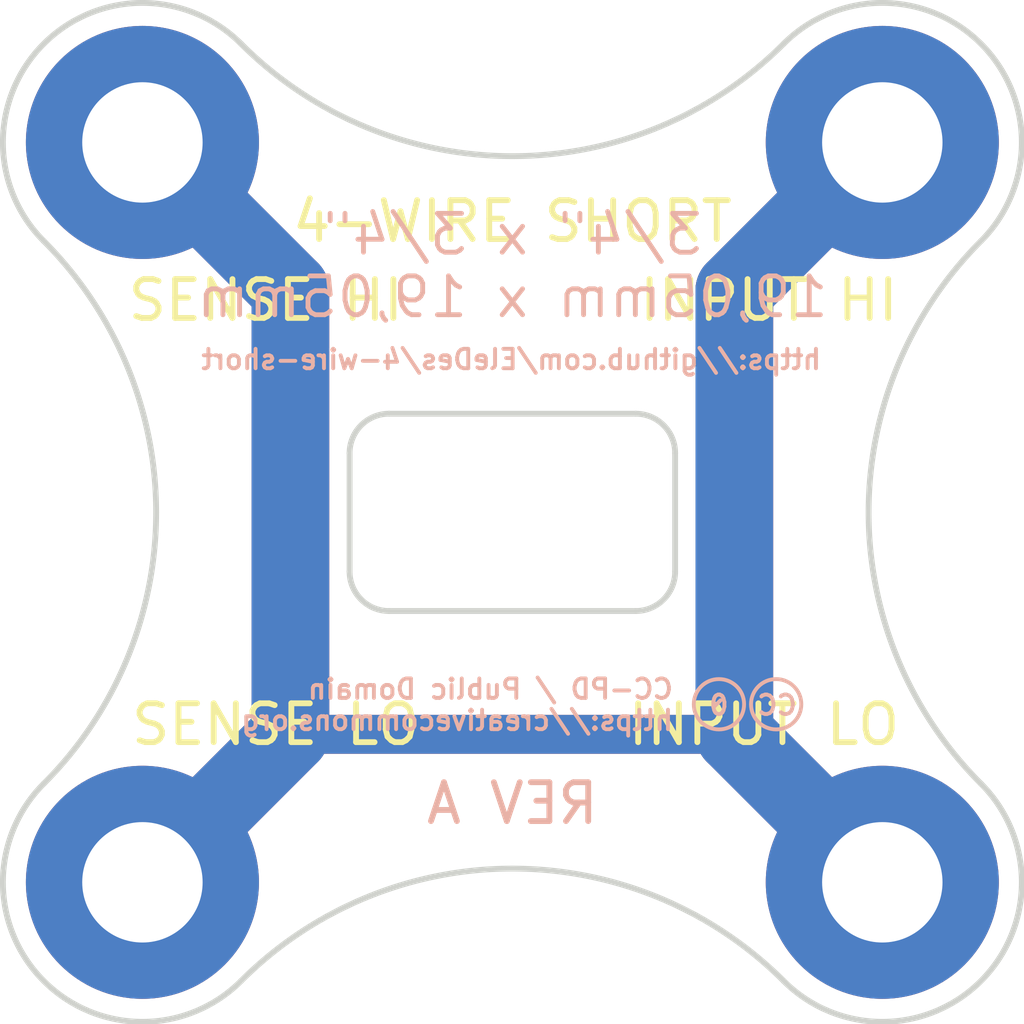
<source format=kicad_pcb>
(kicad_pcb (version 4) (host pcbnew 4.0.7)

  (general
    (links 2)
    (no_connects 0)
    (area 136.449999 102.159999 174.700001 140.410001)
    (thickness 1)
    (drawings 35)
    (tracks 14)
    (zones 0)
    (modules 4)
    (nets 2)
  )

  (page A4)
  (layers
    (0 F.Cu signal)
    (31 B.Cu signal)
    (32 B.Adhes user hide)
    (33 F.Adhes user hide)
    (34 B.Paste user hide)
    (35 F.Paste user hide)
    (36 B.SilkS user)
    (37 F.SilkS user)
    (38 B.Mask user)
    (39 F.Mask user)
    (40 Dwgs.User user hide)
    (41 Cmts.User user hide)
    (42 Eco1.User user hide)
    (43 Eco2.User user hide)
    (44 Edge.Cuts user)
    (45 Margin user hide)
    (46 B.CrtYd user hide)
    (47 F.CrtYd user hide)
    (48 B.Fab user hide)
    (49 F.Fab user hide)
  )

  (setup
    (last_trace_width 1)
    (trace_clearance 0.2)
    (zone_clearance 0.508)
    (zone_45_only no)
    (trace_min 0.2)
    (segment_width 0.2)
    (edge_width 0.15)
    (via_size 0.6)
    (via_drill 0.4)
    (via_min_size 0.4)
    (via_min_drill 0.3)
    (uvia_size 0.3)
    (uvia_drill 0.1)
    (uvias_allowed no)
    (uvia_min_size 0.2)
    (uvia_min_drill 0.1)
    (pcb_text_width 0.3)
    (pcb_text_size 1.5 1.5)
    (mod_edge_width 0.15)
    (mod_text_size 1 1)
    (mod_text_width 0.15)
    (pad_size 6 6)
    (pad_drill 3.1)
    (pad_to_mask_clearance 0)
    (aux_axis_origin 155.575 121.285)
    (visible_elements 7FFCF621)
    (pcbplotparams
      (layerselection 0x010f0_80000001)
      (usegerberextensions true)
      (excludeedgelayer true)
      (linewidth 0.100000)
      (plotframeref false)
      (viasonmask true)
      (mode 1)
      (useauxorigin false)
      (hpglpennumber 1)
      (hpglpenspeed 20)
      (hpglpendiameter 15)
      (hpglpenoverlay 2)
      (psnegative false)
      (psa4output false)
      (plotreference true)
      (plotvalue true)
      (plotinvisibletext false)
      (padsonsilk false)
      (subtractmaskfromsilk false)
      (outputformat 1)
      (mirror false)
      (drillshape 0)
      (scaleselection 1)
      (outputdirectory ""))
  )

  (net 0 "")
  (net 1 GND)

  (net_class Default "Dies ist die voreingestellte Netzklasse."
    (clearance 0.2)
    (trace_width 1)
    (via_dia 0.6)
    (via_drill 0.4)
    (uvia_dia 0.3)
    (uvia_drill 0.1)
    (add_net GND)
  )

  (module Mounting_Holes:MountingHole_3mm_Pad placed (layer F.Cu) (tedit 5A2DB831) (tstamp 59839854)
    (at 146.05 111.76)
    (descr "Mounting Hole 3mm")
    (tags "mounting hole 3mm")
    (path /5982D7F8)
    (fp_text reference J1 (at 0 -4) (layer F.SilkS) hide
      (effects (font (size 1 1) (thickness 0.15)))
    )
    (fp_text value 4mm (at 0 4) (layer F.Fab)
      (effects (font (size 1 1) (thickness 0.15)))
    )
    (fp_circle (center 0 0) (end 3 0) (layer Cmts.User) (width 0.15))
    (fp_circle (center 0 0) (end 3.25 0) (layer F.CrtYd) (width 0.05))
    (pad 1 thru_hole circle (at 0 0) (size 6 6) (drill 3.1) (layers *.Cu *.Mask)
      (net 1 GND))
  )

  (module Mounting_Holes:MountingHole_3mm_Pad (layer F.Cu) (tedit 5A2DA773) (tstamp 5983985B)
    (at 165.1 111.76)
    (descr "Mounting Hole 3mm")
    (tags "mounting hole 3mm")
    (path /5982D952)
    (fp_text reference J2 (at 0 -4) (layer F.SilkS) hide
      (effects (font (size 1 1) (thickness 0.15)))
    )
    (fp_text value 4mm (at 0 4) (layer F.Fab)
      (effects (font (size 1 1) (thickness 0.15)))
    )
    (fp_circle (center 0 0) (end 3 0) (layer Cmts.User) (width 0.15))
    (fp_circle (center 0 0) (end 3.25 0) (layer F.CrtYd) (width 0.05))
    (pad 1 thru_hole circle (at 0 0) (size 6 6) (drill 3.1) (layers *.Cu *.Mask)
      (net 1 GND))
  )

  (module Mounting_Holes:MountingHole_3mm_Pad (layer F.Cu) (tedit 5A2DA783) (tstamp 59839862)
    (at 146.05 130.81)
    (descr "Mounting Hole 3mm")
    (tags "mounting hole 3mm")
    (path /5982D98A)
    (fp_text reference J3 (at 0 -4) (layer F.SilkS) hide
      (effects (font (size 1 1) (thickness 0.15)))
    )
    (fp_text value 4mm (at 0 4) (layer F.Fab)
      (effects (font (size 1 1) (thickness 0.15)))
    )
    (fp_circle (center 0 0) (end 3 0) (layer Cmts.User) (width 0.15))
    (fp_circle (center 0 0) (end 3.25 0) (layer F.CrtYd) (width 0.05))
    (pad 1 thru_hole circle (at 0 0) (size 6 6) (drill 3.1) (layers *.Cu *.Mask)
      (net 1 GND))
  )

  (module Mounting_Holes:MountingHole_3mm_Pad (layer F.Cu) (tedit 5A2DA77B) (tstamp 59839869)
    (at 165.1 130.81)
    (descr "Mounting Hole 3mm")
    (tags "mounting hole 3mm")
    (path /5982D9C3)
    (fp_text reference J4 (at 0 -4) (layer F.SilkS) hide
      (effects (font (size 1 1) (thickness 0.15)))
    )
    (fp_text value 4mm (at 0 4) (layer F.Fab)
      (effects (font (size 1 1) (thickness 0.15)))
    )
    (fp_circle (center 0 0) (end 3 0) (layer Cmts.User) (width 0.15))
    (fp_circle (center 0 0) (end 3.25 0) (layer F.CrtYd) (width 0.05))
    (pad 1 thru_hole circle (at 0 0) (size 6 6) (drill 3.1) (layers *.Cu *.Mask)
      (net 1 GND))
  )

  (gr_text https://github.com/EleDes/4-wire-short (at 163.576 117.348) (layer B.SilkS)
    (effects (font (size 0.5 0.5) (thickness 0.1)) (justify left mirror))
  )
  (gr_line (start 152.4 123.825) (end 158.75 123.825) (angle 90) (layer Edge.Cuts) (width 0.15))
  (gr_line (start 158.75 118.745) (end 152.4 118.745) (angle 90) (layer Edge.Cuts) (width 0.15))
  (dimension 8.382 (width 0.1) (layer Cmts.User)
    (gr_text "8,382 mm" (at 155.575 114.22) (layer Cmts.User)
      (effects (font (size 0.5 0.5) (thickness 0.1)))
    )
    (feature1 (pts (xy 159.766 118.745) (xy 159.766 112.87)))
    (feature2 (pts (xy 151.384 118.745) (xy 151.384 112.87)))
    (crossbar (pts (xy 151.384 115.57) (xy 159.766 115.57)))
    (arrow1a (pts (xy 159.766 115.57) (xy 158.639496 116.156421)))
    (arrow1b (pts (xy 159.766 115.57) (xy 158.639496 114.983579)))
    (arrow2a (pts (xy 151.384 115.57) (xy 152.510504 116.156421)))
    (arrow2b (pts (xy 151.384 115.57) (xy 152.510504 114.983579)))
  )
  (dimension 5.08 (width 0.1) (layer Cmts.User)
    (gr_text "5,080 mm" (at 163.275 121.285 270) (layer Cmts.User)
      (effects (font (size 0.5 0.5) (thickness 0.1)))
    )
    (feature1 (pts (xy 159.512 123.825) (xy 164.625 123.825)))
    (feature2 (pts (xy 159.512 118.745) (xy 164.625 118.745)))
    (crossbar (pts (xy 161.925 118.745) (xy 161.925 123.825)))
    (arrow1a (pts (xy 161.925 123.825) (xy 161.338579 122.698496)))
    (arrow1b (pts (xy 161.925 123.825) (xy 162.511421 122.698496)))
    (arrow2a (pts (xy 161.925 118.745) (xy 161.338579 119.871504)))
    (arrow2b (pts (xy 161.925 118.745) (xy 162.511421 119.871504)))
  )
  (dimension 19.05 (width 0.1) (layer Cmts.User)
    (gr_text "19,050 mm" (at 155.575 141.05) (layer Cmts.User)
      (effects (font (size 0.5 0.5) (thickness 0.1)))
    )
    (feature1 (pts (xy 165.1 130.81) (xy 165.1 142.4)))
    (feature2 (pts (xy 146.05 130.81) (xy 146.05 142.4)))
    (crossbar (pts (xy 146.05 139.7) (xy 165.1 139.7)))
    (arrow1a (pts (xy 165.1 139.7) (xy 163.973496 140.286421)))
    (arrow1b (pts (xy 165.1 139.7) (xy 163.973496 139.113579)))
    (arrow2a (pts (xy 146.05 139.7) (xy 147.176504 140.286421)))
    (arrow2b (pts (xy 146.05 139.7) (xy 147.176504 139.113579)))
  )
  (dimension 19.05 (width 0.1) (layer Cmts.User)
    (gr_text "19,050 mm" (at 137.08 121.285 270) (layer Cmts.User)
      (effects (font (size 0.5 0.5) (thickness 0.1)))
    )
    (feature1 (pts (xy 146.05 130.81) (xy 135.73 130.81)))
    (feature2 (pts (xy 146.05 111.76) (xy 135.73 111.76)))
    (crossbar (pts (xy 138.43 111.76) (xy 138.43 130.81)))
    (arrow1a (pts (xy 138.43 130.81) (xy 137.843579 129.683496)))
    (arrow1b (pts (xy 138.43 130.81) (xy 139.016421 129.683496)))
    (arrow2a (pts (xy 138.43 111.76) (xy 137.843579 112.886504)))
    (arrow2b (pts (xy 138.43 111.76) (xy 139.016421 112.886504)))
  )
  (dimension 26.238203 (width 0.1) (layer Cmts.User)
    (gr_text "26,238 mm" (at 176.102674 121.290322 89.97226729) (layer Cmts.User)
      (effects (font (size 0.5 0.5) (thickness 0.1)))
    )
    (feature1 (pts (xy 165.1 134.4041) (xy 177.446324 134.410076)))
    (feature2 (pts (xy 165.1127 108.1659) (xy 177.459024 108.171876)))
    (crossbar (pts (xy 174.759024 108.170569) (xy 174.746324 134.408769)))
    (arrow1a (pts (xy 174.746324 134.408769) (xy 174.160449 133.281982)))
    (arrow1b (pts (xy 174.746324 134.408769) (xy 175.33329 133.282549)))
    (arrow2a (pts (xy 174.759024 108.170569) (xy 174.172058 109.296789)))
    (arrow2b (pts (xy 174.759024 108.170569) (xy 175.344899 109.297356)))
  )
  (dimension 26.2382 (width 0.1) (layer Cmts.User)
    (gr_text "26,238 mm" (at 155.575 102.7519) (layer Cmts.User)
      (effects (font (size 0.5 0.5) (thickness 0.1)))
    )
    (feature1 (pts (xy 168.6941 111.76) (xy 168.6941 101.4019)))
    (feature2 (pts (xy 142.4559 111.76) (xy 142.4559 101.4019)))
    (crossbar (pts (xy 142.4559 104.1019) (xy 168.6941 104.1019)))
    (arrow1a (pts (xy 168.6941 104.1019) (xy 167.567596 104.688321)))
    (arrow1b (pts (xy 168.6941 104.1019) (xy 167.567596 103.515479)))
    (arrow2a (pts (xy 142.4559 104.1019) (xy 143.582404 104.688321)))
    (arrow2b (pts (xy 142.4559 104.1019) (xy 143.582404 103.515479)))
  )
  (gr_circle (center 162.36696 126.2253) (end 163.00196 126.3523) (layer B.SilkS) (width 0.1) (tstamp 5983AB7E))
  (gr_line (start 160.9344 126.1237) (end 160.7566 126.3015) (angle 90) (layer B.SilkS) (width 0.1))
  (gr_text "CC  0" (at 161.7726 126.2507) (layer B.SilkS)
    (effects (font (size 0.5 0.5) (thickness 0.1)) (justify mirror))
  )
  (gr_circle (center 160.89376 126.2253) (end 161.52876 126.3523) (layer B.SilkS) (width 0.1))
  (gr_text "CC-PD / Public Domain\nhttps://creativecommons.org" (at 159.766 126.238) (layer B.SilkS)
    (effects (font (size 0.5 0.5) (thickness 0.1)) (justify left mirror))
  )
  (gr_text "INPUT LO" (at 162.052 126.746) (layer F.SilkS) (tstamp 59839B6F)
    (effects (font (size 1 1) (thickness 0.15)))
  )
  (gr_text "SENSE LO" (at 149.479 126.746) (layer F.SilkS) (tstamp 59839B4D)
    (effects (font (size 1 1) (thickness 0.15)))
  )
  (gr_text "INPUT HI" (at 162.179 115.824) (layer F.SilkS) (tstamp 59839B01)
    (effects (font (size 1 1) (thickness 0.15)))
  )
  (gr_text "SENSE HI" (at 149.225 115.824) (layer F.SilkS) (tstamp 59839AD5)
    (effects (font (size 1 1) (thickness 0.15)))
  )
  (gr_text "3/4\" x 3/4\"\n19,05mm x 19,05mm" (at 155.575 114.935) (layer B.SilkS)
    (effects (font (size 1 1) (thickness 0.125)) (justify mirror))
  )
  (gr_text "REV A" (at 155.575 128.778) (layer B.SilkS) (tstamp 5983940E)
    (effects (font (size 1 1) (thickness 0.15)) (justify mirror))
  )
  (gr_text "4-WIRE SHORT" (at 155.575 113.792) (layer F.SilkS)
    (effects (font (size 1 1) (thickness 0.15)))
  )
  (gr_arc (start 152.4 122.809) (end 152.4 123.825) (angle 90) (layer Edge.Cuts) (width 0.15))
  (gr_arc (start 158.75 119.761) (end 158.75 118.745) (angle 90) (layer Edge.Cuts) (width 0.15))
  (gr_arc (start 158.75 122.809) (end 159.766 122.809) (angle 90) (layer Edge.Cuts) (width 0.15) (tstamp 59833512))
  (gr_arc (start 152.4 119.761) (end 151.384 119.761) (angle 90) (layer Edge.Cuts) (width 0.15) (tstamp 5983350E))
  (gr_line (start 159.766 119.761) (end 159.766 122.809) (angle 90) (layer Edge.Cuts) (width 0.15) (tstamp 5983344B))
  (gr_line (start 151.384 119.761) (end 151.384 122.809) (angle 90) (layer Edge.Cuts) (width 0.15) (tstamp 5983343B))
  (gr_arc (start 136.525 121.285) (end 143.51 114.3) (angle 90) (layer Edge.Cuts) (width 0.15))
  (gr_arc (start 155.575 140.335) (end 148.59 133.35) (angle 90) (layer Edge.Cuts) (width 0.15))
  (gr_arc (start 174.625 121.285) (end 167.64 128.27) (angle 90) (layer Edge.Cuts) (width 0.15))
  (gr_arc (start 155.575 102.235) (end 162.56 109.22) (angle 90) (layer Edge.Cuts) (width 0.15))
  (gr_arc (start 146.05 111.76) (end 143.51 114.3) (angle 180) (layer Edge.Cuts) (width 0.15))
  (gr_arc (start 146.05 130.81) (end 148.59 133.35) (angle 180) (layer Edge.Cuts) (width 0.15))
  (gr_arc (start 165.1 130.81) (end 167.64 128.27) (angle 180) (layer Edge.Cuts) (width 0.15))
  (gr_arc (start 165.1 111.76) (end 162.56 109.22) (angle 180) (layer Edge.Cuts) (width 0.15))

  (segment (start 149.86 127) (end 161.29 127) (width 1) (layer F.Cu) (net 1))
  (segment (start 149.86 115.57) (end 149.86 127) (width 2) (layer F.Cu) (net 1) (tstamp 5A2D9CAA))
  (segment (start 146.05 111.76) (end 149.86 115.57) (width 2) (layer F.Cu) (net 1) (tstamp 5A2D9CA9))
  (segment (start 161.29 115.57) (end 165.1 111.76) (width 2) (layer F.Cu) (net 1) (tstamp 5A2D9CA8))
  (segment (start 161.29 127) (end 161.29 115.57) (width 2) (layer F.Cu) (net 1) (tstamp 5A2D9CA7))
  (segment (start 165.1 130.81) (end 161.29 127) (width 2) (layer F.Cu) (net 1) (tstamp 5A2D9CA6))
  (segment (start 149.86 127) (end 146.05 130.81) (width 2) (layer F.Cu) (net 1) (tstamp 5A2D9CA4))
  (segment (start 149.86 115.57) (end 146.05 111.76) (width 2) (layer B.Cu) (net 1) (tstamp 5982E6BE))
  (segment (start 149.86 127) (end 161.29 127) (width 1) (layer B.Cu) (net 1) (tstamp 5982E6E2))
  (segment (start 165.1 111.76) (end 161.29 115.57) (width 2) (layer B.Cu) (net 1))
  (segment (start 161.29 115.57) (end 161.29 127) (width 2) (layer B.Cu) (net 1) (tstamp 5982E6C1))
  (segment (start 161.29 127) (end 165.1 130.81) (width 2) (layer B.Cu) (net 1) (tstamp 5982E6CB))
  (segment (start 146.05 130.81) (end 149.86 127) (width 2) (layer B.Cu) (net 1))
  (segment (start 149.86 127) (end 149.86 115.57) (width 2) (layer B.Cu) (net 1) (tstamp 5982E6A4))

)

</source>
